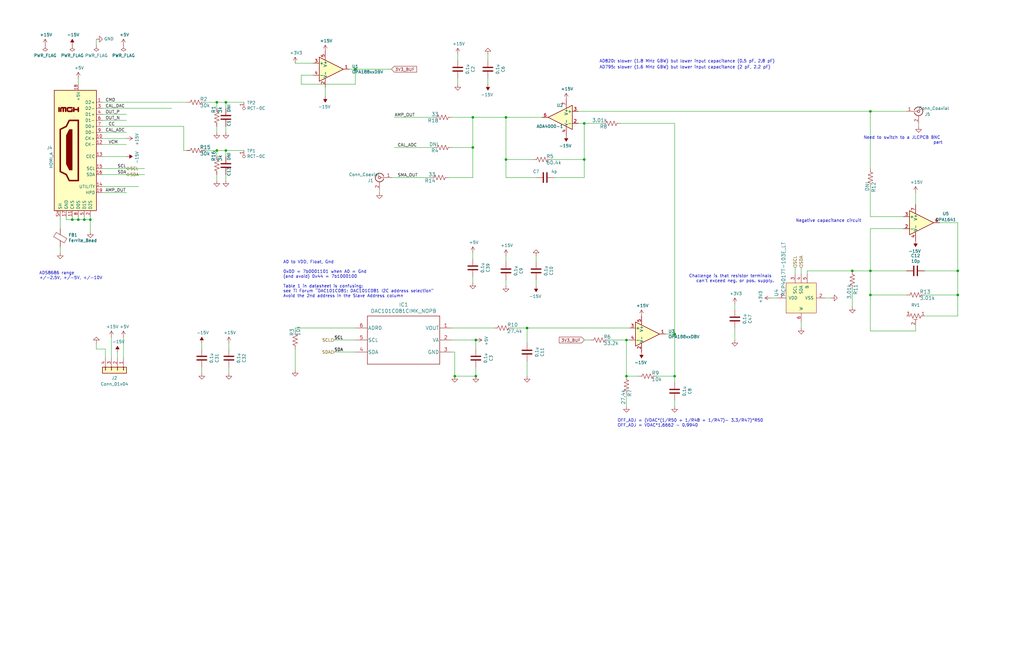
<source format=kicad_sch>
(kicad_sch (version 20211123) (generator eeschema)
  (paper "USLedger")
  (title_block (title "Voltage Sense") (date "2023-05-14") (rev "1") (company "UST Electrical Instrumentation"))
  (lib_symbols
    (symbol "Amplifier_Operational:OPA1641" (pin_names (offset 0.127))
      (property "Reference" "U" (at 3.81 3.81 0))
      (property "Value" "OPA1641" (at 3.81 -3.81 0))
      (symbol "OPA1641_0_1"
        (polyline (pts (xy 5.08 0) (xy -5.08 5.08) (xy -5.08 -5.08) (xy 5.08 0)) (stroke (width 0.254)) (fill (type background)))
      )
      (symbol "OPA1641_1_1"
        (pin no_connect line (at -2.54 -2.54 90) (length 2.54) hide (name "NC") (number "1"))
        (pin input line (at -7.62 -2.54 0) (length 2.54) (name "-") (number "2"))
        (pin input line (at -7.62 2.54 0) (length 2.54) (name "+") (number "3"))
        (pin power_in line (at -2.54 -7.62 90) (length 3.81) (name "V-") (number "4"))
        (pin no_connect line (at 0 -2.54 90) (length 2.54) hide (name "NC") (number "5"))
        (pin output line (at 7.62 0 180) (length 2.54) (name "~") (number "6"))
        (pin power_in line (at -2.54 7.62 270) (length 3.81) (name "V+") (number "7"))
        (pin no_connect line (at -5.08 -2.54 90) (length 2.54) hide (name "NC") (number "8"))
      )
    )
    (symbol "Amplifier_Operational:OPA188xxDBV" (pin_names (offset 0.127))
      (property "Reference" "U" (at 0 5.08 0))
      (property "Value" "OPA188xxDBV" (at 0 -5.08 0))
      (symbol "OPA188xxDBV_0_1"
        (polyline (pts (xy -5.08 5.08) (xy 5.08 0) (xy -5.08 -5.08) (xy -5.08 5.08)) (stroke (width 0.254)) (fill (type background)))
        (pin power_in line (at -2.54 -7.62 90) (length 3.81) (name "V-") (number "2"))
        (pin power_in line (at -2.54 7.62 270) (length 3.81) (name "V+") (number "5"))
      )
      (symbol "OPA188xxDBV_1_1"
        (pin output line (at 7.62 0 180) (length 2.54) (name "~") (number "1"))
        (pin input line (at -7.62 2.54 0) (length 2.54) (name "+") (number "3"))
        (pin input line (at -7.62 -2.54 0) (length 2.54) (name "-") (number "4"))
      )
    )
    (symbol "Connector:Conn_Coaxial" (pin_names (offset 1.016) hide)
      (property "Reference" "J" (at 0.254 3.048 0))
      (property "Value" "Conn_Coaxial" (at 2.921 0 90))
      (symbol "Conn_Coaxial_0_1"
        (arc (start -1.778 -0.508) (mid 0.2311 -1.8066) (end 1.778 0) (stroke (width 0.254)))
        (polyline (pts (xy -2.54 0) (xy -0.508 0)))
        (polyline (pts (xy 0 -2.54) (xy 0 -1.778)))
        (circle (center 0 0) (radius 0.508) (stroke (width 0.2032)))
        (arc (start 1.778 0) (mid 0.2099 1.8101) (end -1.778 0.508) (stroke (width 0.254)))
      )
      (symbol "Conn_Coaxial_1_1"
        (pin passive line (at -5.08 0 0) (length 2.54) (name "In") (number "1"))
        (pin passive line (at 0 -5.08 90) (length 2.54) (name "Ext") (number "2"))
      )
    )
    (symbol "Connector:HDMI_A"
      (property "Reference" "J" (at -6.35 26.67 0))
      (property "Value" "HDMI_A" (at 10.16 26.67 0))
      (symbol "HDMI_A_0_0"
        (polyline (pts (xy 8.128 16.51) (xy 8.128 18.034)) (stroke (width 0.635)))
        (polyline (pts (xy 0 16.51) (xy 0 18.034) (xy 0 17.272) (xy 1.905 17.272) (xy 1.905 18.034) (xy 1.905 16.51)) (stroke (width 0.635)))
        (polyline (pts (xy 2.667 18.034) (xy 4.318 18.034) (xy 4.572 17.78) (xy 4.572 16.764) (xy 4.318 16.51) (xy 2.667 16.51) (xy 2.667 17.272)) (stroke (width 0.635)))
      )
      (symbol "HDMI_A_0_1"
        (rectangle (start -7.62 25.4) (end 10.16 -25.4) (stroke (width 0.254)) (fill (type background)))
        (polyline (pts (xy 2.54 8.89) (xy 3.81 8.89) (xy 5.08 6.35) (xy 5.08 -5.715) (xy 3.81 -8.255) (xy 2.54 -8.255) (xy 2.54 8.89)) (fill (type outline)))
        (polyline (pts (xy 5.334 16.51) (xy 5.334 18.034) (xy 6.35 18.034) (xy 6.35 16.51) (xy 6.35 18.034) (xy 7.112 18.034) (xy 7.366 17.78) (xy 7.366 16.51)) (stroke (width 0.635)))
        (polyline (pts (xy 0 12.7) (xy 0 -12.7) (xy 3.81 -12.7) (xy 5.08 -10.16) (xy 7.62 -8.89) (xy 7.62 8.89) (xy 5.08 10.16) (xy 3.81 12.7) (xy 0 12.7)) (stroke (width 0.635)))
      )
      (symbol "HDMI_A_1_1"
        (pin passive line (at -10.16 20.32 0) (length 2.54) (name "D2+") (number "1"))
        (pin passive line (at -10.16 5.08 0) (length 2.54) (name "CK+") (number "10"))
        (pin power_in line (at 2.54 -27.94 90) (length 2.54) (name "CKS") (number "11"))
        (pin passive line (at -10.16 2.54 0) (length 2.54) (name "CK-") (number "12"))
        (pin bidirectional line (at -10.16 -2.54 0) (length 2.54) (name "CEC") (number "13"))
        (pin passive line (at -10.16 -15.24 0) (length 2.54) (name "UTILITY") (number "14"))
        (pin passive line (at -10.16 -7.62 0) (length 2.54) (name "SCL") (number "15"))
        (pin bidirectional line (at -10.16 -10.16 0) (length 2.54) (name "SDA") (number "16"))
        (pin power_in line (at 5.08 -27.94 90) (length 2.54) (name "GND") (number "17"))
        (pin power_in line (at 0 27.94 270) (length 2.54) (name "+5V") (number "18"))
        (pin passive line (at -10.16 -17.78 0) (length 2.54) (name "HPD") (number "19"))
        (pin power_in line (at -5.08 -27.94 90) (length 2.54) (name "D2S") (number "2"))
        (pin passive line (at -10.16 17.78 0) (length 2.54) (name "D2-") (number "3"))
        (pin passive line (at -10.16 15.24 0) (length 2.54) (name "D1+") (number "4"))
        (pin power_in line (at -2.54 -27.94 90) (length 2.54) (name "D1S") (number "5"))
        (pin passive line (at -10.16 12.7 0) (length 2.54) (name "D1-") (number "6"))
        (pin passive line (at -10.16 10.16 0) (length 2.54) (name "D0+") (number "7"))
        (pin power_in line (at 0 -27.94 90) (length 2.54) (name "D0S") (number "8"))
        (pin passive line (at -10.16 7.62 0) (length 2.54) (name "D0-") (number "9"))
        (pin passive line (at 7.62 -27.94 90) (length 2.54) (name "SH") (number "SH"))
      )
    )
    (symbol "Connector_Generic:Conn_01x04" (pin_names (offset 1.016) hide)
      (property "Reference" "J" (at 0 5.08 0))
      (property "Value" "Conn_01x04" (at 0 -7.62 0))
      (symbol "Conn_01x04_1_1"
        (rectangle (start -1.27 -4.953) (end 0 -5.207) (stroke (width 0.1524)))
        (rectangle (start -1.27 -2.413) (end 0 -2.667) (stroke (width 0.1524)))
        (rectangle (start -1.27 0.127) (end 0 -0.127) (stroke (width 0.1524)))
        (rectangle (start -1.27 2.667) (end 0 2.413) (stroke (width 0.1524)))
        (rectangle (start -1.27 3.81) (end 1.27 -6.35) (stroke (width 0.254)) (fill (type background)))
        (pin passive line (at -5.08 2.54 0) (length 3.81) (name "Pin_1") (number "1"))
        (pin passive line (at -5.08 0 0) (length 3.81) (name "Pin_2") (number "2"))
        (pin passive line (at -5.08 -2.54 0) (length 3.81) (name "Pin_3") (number "3"))
        (pin passive line (at -5.08 -5.08 0) (length 3.81) (name "Pin_4") (number "4"))
      )
    )
    (symbol "Device:C" (pin_numbers hide) (pin_names (offset 0.254))
      (property "Reference" "C" (at 0.635 2.54 0))
      (property "Value" "C" (at 0.635 -2.54 0))
      (symbol "C_0_1"
        (polyline (pts (xy -2.032 -0.762) (xy 2.032 -0.762)) (stroke (width 0.508)))
        (polyline (pts (xy -2.032 0.762) (xy 2.032 0.762)) (stroke (width 0.508)))
      )
      (symbol "C_1_1"
        (pin passive line (at 0 3.81 270) (length 2.794) (name "~") (number "1"))
        (pin passive line (at 0 -3.81 90) (length 2.794) (name "~") (number "2"))
      )
    )
    (symbol "Device:R_Potentiometer_Trim_US" (pin_names (offset 1.016) hide)
      (property "Reference" "RV" (at -4.445 0 90))
      (property "Value" "R_Potentiometer_Trim_US" (at -2.54 0 90))
      (symbol "R_Potentiometer_Trim_US_0_1"
        (polyline (pts (xy 0 -2.286) (xy 0 -2.54)))
        (polyline (pts (xy 0 2.286) (xy 0 2.54)))
        (polyline (pts (xy 1.524 0.762) (xy 1.524 -0.762)))
        (polyline (pts (xy 2.54 0) (xy 1.524 0)))
        (polyline (pts (xy 0 -0.762) (xy 1.016 -1.143) (xy 0 -1.524) (xy -1.016 -1.905) (xy 0 -2.286)))
        (polyline (pts (xy 0 0.762) (xy 1.016 0.381) (xy 0 0) (xy -1.016 -0.381) (xy 0 -0.762)))
        (polyline (pts (xy 0 2.286) (xy 1.016 1.905) (xy 0 1.524) (xy -1.016 1.143) (xy 0 0.762)))
      )
      (symbol "R_Potentiometer_Trim_US_1_1"
        (pin passive line (at 0 3.81 270) (length 1.27) (name "1") (number "1"))
        (pin passive line (at 3.81 0 180) (length 1.27) (name "2") (number "2"))
        (pin passive line (at 0 -3.81 90) (length 1.27) (name "3") (number "3"))
      )
    )
    (symbol "Device:R_US" (pin_numbers hide) (pin_names (offset 0))
      (property "Reference" "R" (at 2.54 0 90))
      (property "Value" "R_US" (at -2.54 0 90))
      (symbol "R_US_0_1"
        (polyline (pts (xy 0 -2.286) (xy 0 -2.54)))
        (polyline (pts (xy 0 2.286) (xy 0 2.54)))
        (polyline (pts (xy 0 -0.762) (xy 1.016 -1.143) (xy 0 -1.524) (xy -1.016 -1.905) (xy 0 -2.286)))
        (polyline (pts (xy 0 0.762) (xy 1.016 0.381) (xy 0 0) (xy -1.016 -0.381) (xy 0 -0.762)))
        (polyline (pts (xy 0 2.286) (xy 1.016 1.905) (xy 0 1.524) (xy -1.016 1.143) (xy 0 0.762)))
      )
      (symbol "R_US_1_1"
        (pin passive line (at 0 3.81 270) (length 1.27) (name "~") (number "1"))
        (pin passive line (at 0 -3.81 90) (length 1.27) (name "~") (number "2"))
      )
    )
    (symbol "bath_clamp-rescue:Ferrite_Bead-Device" (pin_numbers hide) (pin_names (offset 0))
      (property "Reference" "FB" (at -3.81 0.635 90))
      (property "Value" "Ferrite_Bead-Device" (at 3.81 0 90))
      (symbol "Ferrite_Bead-Device_0_1"
        (polyline (pts (xy 0 -1.27) (xy 0 -1.2192)))
        (polyline (pts (xy 0 1.27) (xy 0 1.2954)))
        (polyline (pts (xy -2.7686 0.4064) (xy -1.7018 2.2606) (xy 2.7686 -0.3048) (xy 1.6764 -2.159) (xy -2.7686 0.4064)))
      )
      (symbol "Ferrite_Bead-Device_1_1"
        (pin passive line (at 0 3.81 270) (length 2.54) (name "~") (number "1"))
        (pin passive line (at 0 -3.81 90) (length 2.54) (name "~") (number "2"))
      )
    )
    (symbol "covg-kicad:DAC101C081CIMK_NOPB" (pin_names (offset 0.254))
      (property "Reference" "U" (at 0 13.97 0))
      (property "Value" "DAC101C081CIMK_NOPB" (at 0 11.43 0))
      (symbol "DAC101C081CIMK_NOPB_1_1"
        (polyline (pts (xy -15.24 -10.16) (xy 15.24 -10.16)) (stroke (width 0.2032)))
        (polyline (pts (xy -15.24 10.16) (xy -15.24 -10.16)) (stroke (width 0.2032)))
        (polyline (pts (xy 15.24 -10.16) (xy 15.24 10.16)) (stroke (width 0.2032)))
        (polyline (pts (xy 15.24 10.16) (xy -15.24 10.16)) (stroke (width 0.2032)))
        (pin output line (at -20.32 5.08 0) (length 5.08) (name "VOUT") (number "1"))
        (pin power_in line (at -20.32 0 0) (length 5.08) (name "VA") (number "2"))
        (pin power_in line (at -20.32 -5.08 0) (length 5.08) (name "GND") (number "3"))
        (pin bidirectional line (at 20.32 -5.08 180) (length 5.08) (name "SDA") (number "4"))
        (pin input line (at 20.32 0 180) (length 5.08) (name "SCL") (number "5"))
        (pin input line (at 20.32 5.08 180) (length 5.08) (name "ADR0") (number "6"))
      )
    )
    (symbol "covg-kicad:OPA828" (pin_names (offset 0.127))
      (property "Reference" "U" (at 0 6.35 0))
      (property "Value" "OPA828" (at 0 3.81 0))
      (symbol "OPA828_0_1"
        (polyline (pts (xy -5.08 5.08) (xy 5.08 0) (xy -5.08 -5.08) (xy -5.08 5.08)) (stroke (width 0.254)) (fill (type background)))
      )
      (symbol "OPA828_1_1"
        (pin no_connect line (at -2.54 2.54 270) (length 2.54) hide (name "NC") (number "1"))
        (pin input line (at -7.62 -2.54 0) (length 2.54) (name "-") (number "2"))
        (pin input line (at -7.62 2.54 0) (length 2.54) (name "+") (number "3"))
        (pin power_in line (at -2.54 -7.62 90) (length 3.81) (name "V-") (number "4"))
        (pin no_connect line (at 0 2.54 270) (length 2.54) hide (name "NC") (number "5"))
        (pin output line (at 7.62 0 180) (length 2.54) (name "~") (number "6"))
        (pin power_in line (at -2.54 7.62 270) (length 3.81) (name "V+") (number "7"))
        (pin no_connect line (at 0 -2.54 90) (length 2.54) hide (name "NC") (number "8"))
      )
    )
    (symbol "dk_Data-Acquisition-Digital-Potentiometers:MCP4017T-103E_LT" (pin_names (offset 1.016))
      (property "Reference" "U" (at -6.35 7.62 0))
      (property "Value" "MCP4017T-103E_LT" (at 1.27 -7.62 0))
      (symbol "MCP4017T-103E_LT_0_1"
        (rectangle (start -6.35 6.35) (end 6.35 -6.35) (fill (type background)))
      )
      (symbol "MCP4017T-103E_LT_1_1"
        (pin power_in line (at 0 10.16 270) (length 3.81) (name "VDD") (number "1"))
        (pin power_in line (at 0 -10.16 90) (length 3.81) (name "VSS") (number "2"))
        (pin input line (at -10.16 2.54 0) (length 3.81) (name "SCL") (number "3"))
        (pin bidirectional line (at -10.16 0 0) (length 3.81) (name "SDA") (number "4"))
        (pin input line (at -10.16 -2.54 0) (length 3.81) (name "B") (number "5"))
        (pin output line (at 10.16 0 180) (length 3.81) (name "W") (number "6"))
      )
    )
    (symbol "dk_Test-Points:RCT-0C" (pin_names (offset 1.016))
      (property "Reference" "TP" (at -2.54 1.27 0))
      (property "Value" "RCT-0C" (at 0 -2.54 0))
      (symbol "RCT-0C_0_1"
        (circle (center 0 0) (radius 0.5588))
      )
      (symbol "RCT-0C_1_1"
        (pin passive line (at 0 2.54 270) (length 1.905) (name "~") (number "1"))
      )
    )
    (symbol "power:+15V" (power) (pin_names (offset 0))
      (property "Value" "+15V" (at 0 3.556 0))
      (symbol "+15V_0_1"
        (polyline (pts (xy -0.762 1.27) (xy 0 2.54)))
        (polyline (pts (xy 0 0) (xy 0 2.54)))
        (polyline (pts (xy 0 2.54) (xy 0.762 1.27)))
      )
      (symbol "+15V_1_1"
        (pin power_in line (at 0 0 90) (length 0) hide (name "+15V") (number "1"))
      )
    )
    (symbol "power:+3.3V" (power) (pin_names (offset 0))
      (property "Value" "+3.3V" (at 0 3.556 0))
      (symbol "+3.3V_0_1"
        (polyline (pts (xy -0.762 1.27) (xy 0 2.54)))
        (polyline (pts (xy 0 0) (xy 0 2.54)))
        (polyline (pts (xy 0 2.54) (xy 0.762 1.27)))
      )
      (symbol "+3.3V_1_1"
        (pin power_in line (at 0 0 90) (length 0) hide (name "+3V3") (number "1"))
      )
    )
    (symbol "power:+5V" (power) (pin_names (offset 0))
      (property "Value" "+5V" (at 0 3.556 0))
      (symbol "+5V_0_1"
        (polyline (pts (xy -0.762 1.27) (xy 0 2.54)))
        (polyline (pts (xy 0 0) (xy 0 2.54)))
        (polyline (pts (xy 0 2.54) (xy 0.762 1.27)))
      )
      (symbol "+5V_1_1"
        (pin power_in line (at 0 0 90) (length 0) hide (name "+5V") (number "1"))
      )
    )
    (symbol "power:-15V" (power) (pin_names (offset 0))
      (property "Value" "-15V" (at 0 3.81 0))
      (symbol "-15V_0_0"
        (pin power_in line (at 0 0 90) (length 0) hide (name "-15V") (number "1"))
      )
      (symbol "-15V_0_1"
        (polyline (pts (xy 0 0) (xy 0 1.27) (xy 0.762 1.27) (xy 0 2.54) (xy -0.762 1.27) (xy 0 1.27)) (fill (type outline)))
      )
    )
    (symbol "power:GND" (power) (pin_names (offset 0))
      (property "Value" "GND" (at 0 -3.81 0))
      (symbol "GND_0_1"
        (polyline (pts (xy 0 0) (xy 0 -1.27) (xy 1.27 -1.27) (xy 0 -2.54) (xy -1.27 -1.27) (xy 0 -1.27)))
      )
      (symbol "GND_1_1"
        (pin power_in line (at 0 0 270) (length 0) hide (name "GND") (number "1"))
      )
    )
    (symbol "power:PWR_FLAG" (power) (pin_numbers hide) (pin_names (offset 0) hide)
      (property "Value" "PWR_FLAG" (at 0 3.81 0))
      (symbol "PWR_FLAG_0_0"
        (pin power_out line (at 0 0 90) (length 0) (name "pwr") (number "1"))
      )
      (symbol "PWR_FLAG_0_1"
        (polyline (pts (xy 0 0) (xy 0 1.27) (xy -1.016 1.905) (xy 0 2.54) (xy 1.016 1.905) (xy 0 1.27)))
      )
    )
  )
  (junction (at 264.16 143.51))
  (junction (at 284.48 140.97))
  (junction (at 222.25 138.43))
  (junction (at 213.36 67.31))
  (junction (at 200.66 158.75))
  (junction (at 91.44 63.5))
  (junction (at 246.38 52.07))
  (junction (at 95.25 63.5))
  (junction (at 284.48 158.75))
  (junction (at 35.56 92.71))
  (junction (at 213.36 49.53))
  (junction (at 367.03 124.46))
  (junction (at 95.25 43.18))
  (junction (at 367.03 46.99))
  (junction (at 359.41 114.3))
  (junction (at 149.86 29.21))
  (junction (at 264.16 158.75))
  (junction (at 191.77 158.75))
  (junction (at 38.1 92.71))
  (junction (at 199.39 49.53))
  (junction (at 367.03 114.3))
  (junction (at 91.44 43.18))
  (junction (at 33.02 92.71))
  (junction (at 246.38 67.31))
  (junction (at 200.66 143.51))
  (junction (at 403.86 124.46))
  (junction (at 30.48 92.71))
  (junction (at 403.86 114.3))
  (junction (at 199.39 62.23))
  (wire (pts (xy 43.18 58.42) (xy 53.34 58.42)))
  (wire (pts (xy 25.4 106.68) (xy 25.4 104.14)))
  (wire (pts (xy 95.25 45.72) (xy 95.25 43.18)))
  (wire (pts (xy 403.86 93.98) (xy 403.86 114.3)))
  (wire (pts (xy 226.06 120.65) (xy 226.06 118.11)))
  (wire (pts (xy 25.4 91.44) (xy 25.4 96.52)))
  (wire (pts (xy 33.02 91.44) (xy 33.02 92.71)))
  (wire (pts (xy 246.38 143.51) (xy 248.92 143.51)))
  (wire (pts (xy 91.44 66.04) (xy 91.44 63.5)))
  (wire (pts (xy 233.68 74.93) (xy 246.38 74.93)))
  (wire (pts (xy 213.36 74.93) (xy 213.36 67.31)))
  (wire (pts (xy 213.36 67.31) (xy 213.36 49.53)))
  (wire (pts (xy 166.37 62.23) (xy 182.88 62.23)))
  (wire (pts (xy 264.16 158.75) (xy 269.24 158.75)))
  (wire (pts (xy 96.52 147.32) (xy 96.52 144.78)))
  (wire (pts (xy 261.62 52.07) (xy 284.48 52.07)))
  (wire (pts (xy 340.36 114.3) (xy 359.41 114.3)))
  (wire (pts (xy 85.09 157.48) (xy 85.09 154.94)))
  (wire (pts (xy 52.07 142.24) (xy 52.07 151.13)))
  (wire (pts (xy 43.18 81.28) (xy 53.34 81.28)))
  (wire (pts (xy 226.06 107.95) (xy 226.06 110.49)))
  (wire (pts (xy 199.39 62.23) (xy 199.39 74.93)))
  (wire (pts (xy 403.86 114.3) (xy 389.89 114.3)))
  (wire (pts (xy 386.08 139.7) (xy 367.03 139.7)))
  (wire (pts (xy 191.77 148.59) (xy 190.5 148.59)))
  (wire (pts (xy 389.89 124.46) (xy 403.86 124.46)))
  (wire (pts (xy 347.98 125.73) (xy 350.52 125.73)))
  (wire (pts (xy 124.46 138.43) (xy 149.86 138.43)))
  (wire (pts (xy 381 91.44) (xy 367.03 91.44)))
  (wire (pts (xy 367.03 78.74) (xy 367.03 91.44)))
  (wire (pts (xy 160.02 80.01) (xy 160.02 81.28)))
  (wire (pts (xy 387.35 52.07) (xy 387.35 53.34)))
  (wire (pts (xy 193.04 22.86) (xy 193.04 25.4)))
  (wire (pts (xy 403.86 124.46) (xy 403.86 133.35)))
  (wire (pts (xy 213.36 74.93) (xy 226.06 74.93)))
  (wire (pts (xy 96.52 157.48) (xy 96.52 154.94)))
  (wire (pts (xy 95.25 43.18) (xy 102.87 43.18)))
  (wire (pts (xy 35.56 91.44) (xy 35.56 92.71)))
  (wire (pts (xy 91.44 55.88) (xy 91.44 53.34)))
  (wire (pts (xy 33.02 35.56) (xy 33.02 33.02)))
  (wire (pts (xy 43.18 60.96) (xy 53.34 60.96)))
  (wire (pts (xy 43.18 50.8) (xy 53.34 50.8)))
  (wire (pts (xy 367.03 124.46) (xy 367.03 139.7)))
  (wire (pts (xy 190.5 49.53) (xy 199.39 49.53)))
  (wire (pts (xy 213.36 49.53) (xy 228.6 49.53)))
  (wire (pts (xy 166.37 49.53) (xy 182.88 49.53)))
  (wire (pts (xy 215.9 138.43) (xy 222.25 138.43)))
  (wire (pts (xy 33.02 92.71) (xy 35.56 92.71)))
  (wire (pts (xy 264.16 166.37) (xy 264.16 171.45)))
  (wire (pts (xy 95.25 55.88) (xy 95.25 53.34)))
  (wire (pts (xy 189.23 74.93) (xy 199.39 74.93)))
  (wire (pts (xy 386.08 81.28) (xy 386.08 86.36)))
  (wire (pts (xy 367.03 114.3) (xy 367.03 124.46)))
  (wire (pts (xy 95.25 76.2) (xy 95.25 73.66)))
  (wire (pts (xy 367.03 46.99) (xy 382.27 46.99)))
  (wire (pts (xy 127 31.75) (xy 132.08 31.75)))
  (wire (pts (xy 200.66 143.51) (xy 200.66 147.32)))
  (wire (pts (xy 43.18 48.26) (xy 53.34 48.26)))
  (wire (pts (xy 43.18 73.66) (xy 60.96 73.66)))
  (wire (pts (xy 340.36 115.57) (xy 340.36 114.3)))
  (wire (pts (xy 205.74 22.86) (xy 205.74 25.4)))
  (wire (pts (xy 127 31.75) (xy 127 35.56)))
  (wire (pts (xy 38.1 91.44) (xy 38.1 92.71)))
  (wire (pts (xy 367.03 114.3) (xy 382.27 114.3)))
  (wire (pts (xy 246.38 52.07) (xy 246.38 67.31)))
  (wire (pts (xy 199.39 119.38) (xy 199.39 116.84)))
  (wire (pts (xy 140.97 148.59) (xy 149.86 148.59)))
  (wire (pts (xy 222.25 152.4) (xy 222.25 158.75)))
  (wire (pts (xy 389.89 133.35) (xy 403.86 133.35)))
  (wire (pts (xy 95.25 66.04) (xy 95.25 63.5)))
  (wire (pts (xy 284.48 158.75) (xy 284.48 161.29)))
  (wire (pts (xy 43.18 53.34) (xy 77.47 53.34)))
  (wire (pts (xy 213.36 107.95) (xy 213.36 110.49)))
  (wire (pts (xy 199.39 109.22) (xy 199.39 106.68)))
  (wire (pts (xy 213.36 120.65) (xy 213.36 118.11)))
  (wire (pts (xy 43.18 43.18) (xy 78.74 43.18)))
  (wire (pts (xy 246.38 74.93) (xy 246.38 67.31)))
  (wire (pts (xy 190.5 143.51) (xy 200.66 143.51)))
  (wire (pts (xy 381 96.52) (xy 367.03 96.52)))
  (wire (pts (xy 213.36 67.31) (xy 224.79 67.31)))
  (wire (pts (xy 77.47 53.34) (xy 77.47 63.5)))
  (wire (pts (xy 284.48 158.75) (xy 284.48 140.97)))
  (wire (pts (xy 359.41 114.3) (xy 367.03 114.3)))
  (wire (pts (xy 46.99 142.24) (xy 46.99 151.13)))
  (wire (pts (xy 246.38 52.07) (xy 254 52.07)))
  (wire (pts (xy 191.77 158.75) (xy 200.66 158.75)))
  (wire (pts (xy 165.1 74.93) (xy 181.61 74.93)))
  (wire (pts (xy 200.66 158.75) (xy 200.66 154.94)))
  (wire (pts (xy 91.44 63.5) (xy 95.25 63.5)))
  (wire (pts (xy 205.74 35.56) (xy 205.74 33.02)))
  (wire (pts (xy 337.82 135.89) (xy 337.82 138.43)))
  (wire (pts (xy 49.53 148.59) (xy 49.53 151.13)))
  (wire (pts (xy 30.48 92.71) (xy 27.94 92.71)))
  (wire (pts (xy 243.84 52.07) (xy 246.38 52.07)))
  (wire (pts (xy 199.39 49.53) (xy 213.36 49.53)))
  (wire (pts (xy 43.18 45.72) (xy 72.39 45.72)))
  (wire (pts (xy 309.88 130.81) (xy 309.88 128.27)))
  (wire (pts (xy 35.56 92.71) (xy 38.1 92.71)))
  (wire (pts (xy 367.03 46.99) (xy 367.03 71.12)))
  (wire (pts (xy 43.18 55.88) (xy 53.34 55.88)))
  (wire (pts (xy 124.46 147.32) (xy 124.46 156.21)))
  (wire (pts (xy 191.77 148.59) (xy 191.77 158.75)))
  (wire (pts (xy 264.16 143.51) (xy 265.43 143.51)))
  (wire (pts (xy 77.47 63.5) (xy 78.74 63.5)))
  (wire (pts (xy 127 35.56) (xy 149.86 35.56)))
  (wire (pts (xy 190.5 138.43) (xy 208.28 138.43)))
  (wire (pts (xy 222.25 138.43) (xy 265.43 138.43)))
  (wire (pts (xy 403.86 114.3) (xy 403.86 124.46)))
  (wire (pts (xy 232.41 67.31) (xy 246.38 67.31)))
  (wire (pts (xy 284.48 52.07) (xy 284.48 140.97)))
  (wire (pts (xy 199.39 49.53) (xy 199.39 62.23)))
  (wire (pts (xy 359.41 121.92) (xy 359.41 129.54)))
  (wire (pts (xy 38.1 97.79) (xy 38.1 92.71)))
  (wire (pts (xy 27.94 91.44) (xy 27.94 92.71)))
  (wire (pts (xy 124.46 139.7) (xy 124.46 138.43)))
  (wire (pts (xy 335.28 115.57) (xy 335.28 113.03)))
  (wire (pts (xy 40.64 147.32) (xy 44.45 147.32)))
  (wire (pts (xy 124.46 26.67) (xy 132.08 26.67)))
  (wire (pts (xy 309.88 138.43) (xy 309.88 143.51)))
  (wire (pts (xy 193.04 35.56) (xy 193.04 33.02)))
  (wire (pts (xy 140.97 143.51) (xy 149.86 143.51)))
  (wire (pts (xy 33.02 92.71) (xy 30.48 92.71)))
  (wire (pts (xy 149.86 35.56) (xy 149.86 29.21)))
  (wire (pts (xy 243.84 46.99) (xy 367.03 46.99)))
  (wire (pts (xy 280.67 140.97) (xy 284.48 140.97)))
  (wire (pts (xy 325.12 125.73) (xy 327.66 125.73)))
  (wire (pts (xy 95.25 63.5) (xy 102.87 63.5)))
  (wire (pts (xy 367.03 96.52) (xy 367.03 114.3)))
  (wire (pts (xy 85.09 147.32) (xy 85.09 144.78)))
  (wire (pts (xy 284.48 168.91) (xy 284.48 171.45)))
  (wire (pts (xy 43.18 71.12) (xy 60.96 71.12)))
  (wire (pts (xy 222.25 138.43) (xy 222.25 144.78)))
  (wire (pts (xy 40.64 144.78) (xy 40.64 147.32)))
  (wire (pts (xy 30.48 91.44) (xy 30.48 92.71)))
  (wire (pts (xy 190.5 62.23) (xy 199.39 62.23)))
  (wire (pts (xy 44.45 147.32) (xy 44.45 151.13)))
  (wire (pts (xy 91.44 45.72) (xy 91.44 43.18)))
  (wire (pts (xy 91.44 43.18) (xy 95.25 43.18)))
  (wire (pts (xy 337.82 115.57) (xy 337.82 113.03)))
  (wire (pts (xy 264.16 143.51) (xy 264.16 158.75)))
  (wire (pts (xy 86.36 43.18) (xy 91.44 43.18)))
  (wire (pts (xy 276.86 158.75) (xy 284.48 158.75)))
  (wire (pts (xy 91.44 76.2) (xy 91.44 73.66)))
  (wire (pts (xy 147.32 29.21) (xy 149.86 29.21)))
  (wire (pts (xy 386.08 137.16) (xy 386.08 139.7)))
  (wire (pts (xy 43.18 78.74) (xy 58.42 78.74)))
  (wire (pts (xy 367.03 124.46) (xy 382.27 124.46)))
  (wire (pts (xy 149.86 29.21) (xy 165.1 29.21)))
  (wire (pts (xy 137.16 36.83) (xy 137.16 40.64)))
  (wire (pts (xy 43.18 66.04) (xy 53.34 66.04)))
  (wire (pts (xy 40.64 19.05) (xy 40.64 16.51)))
  (wire (pts (xy 396.24 93.98) (xy 403.86 93.98)))
  (wire (pts (xy 86.36 63.5) (xy 91.44 63.5)))
  (wire (pts (xy 256.54 143.51) (xy 264.16 143.51)))
  (text "AD795: slower (1.6 MHz GBW) but lower input capacitance (2 pF, 2.2 pF)" (at 252.73 29.21 0) (effects (font (size 1.27 1.27)) (justify left bottom)))
  (text "Negative capacitance circuit" (at 363.22 93.98 180) (effects (font (size 1.27 1.27)) (justify right bottom)))
  (text "Challenge is that resistor terminals \ncan't exceed neg. or pos. supply." (at 326.39 119.38 0) (effects (font (size 1.27 1.27)) (justify right bottom)))
  (text "ADS8686 range\n +/-2.5V, +/-5V, +/-10V" (at 16.51 118.11 0) (effects (font (size 1.27 1.27)) (justify left bottom)))
  (text "OFF_ADJ = (VDAC*(1/R50 + 1/R48 + 1/R47)- 3.3/R47)*R50\nOFF_ADJ = VDAC*1.6662 - 0.9940" (at 260.35 180.34 0) (effects (font (size 1.27 1.27)) (justify left bottom)))
  (text "AD820: slower (1.8 MHz GBW) but lower input capacitance (0.5 pF, 2.8 pF)" (at 252.73 26.67 0) (effects (font (size 1.27 1.27)) (justify left bottom)))
  (text "A0 to VDD, Float, Gnd\n\n0x0D = 7b0001101 when A0 = Gnd\n(and avoid) 0x44 = 7b1000100\n\nTable 1 in datasheet is confusing: \nsee Ti Forum “DAC101C081: DAC101C081 I2C address selection”\nAvoid the 2nd address in the Slave Address column" (at 119.38 125.73 0) (effects (font (size 1.27 1.27)) (justify left bottom)))
  (text "Need to switch to a JLCPCB BNC \npart" (at 397.51 60.96 180) (effects (font (size 1.27 1.27)) (justify right bottom)))
  (label "SDA" (at 140.97 148.59 0))
  (label "AMP_OUT" (at 166.37 49.53 0))
  (label "OUT_P" (at 44.45 48.26 0))
  (label "SMA_OUT" (at 167.64 74.93 0))
  (label "CAL_ADC" (at 167.64 62.23 0))
  (label "SDA" (at 49.53 73.66 0))
  (label "CC" (at 45.72 53.34 0))
  (label "AMP_OUT" (at 44.45 81.28 0))
  (label "OUT_N" (at 44.45 50.8 0))
  (label "SCL" (at 140.97 143.51 0))
  (label "VCM" (at 45.72 60.96 0))
  (label "CMD" (at 44.45 43.18 0))
  (label "SDA" (at 140.97 148.59 0))
  (label "CAL_ADC" (at 44.45 55.88 0))
  (label "SCL" (at 140.97 143.51 0))
  (label "SCL" (at 49.53 71.12 0))
  (label "CAL_DAC" (at 44.45 45.72 0))
  (global_label "3V3_BUF" (shape input) (at 165.1 29.21 0) (property "Intersheet References" "${INTERSHEET_REFS}" (effects hide)))
  (global_label "3V3_BUF" (shape input) (at 246.38 143.51 180) (property "Intersheet References" "${INTERSHEET_REFS}" (effects hide)))
  (hierarchical_label "SCL" (shape input) (at 335.28 113.03 90))
  (hierarchical_label "SDA" (shape bidirectional) (at 53.34 73.66 0))
  (hierarchical_label "SDA" (shape input) (at 337.82 113.03 90))
  (hierarchical_label "SCL" (shape input) (at 140.97 143.51 180))
  (hierarchical_label "SCL" (shape bidirectional) (at 53.34 71.12 0))
  (hierarchical_label "SDA" (shape input) (at 140.97 148.59 180))
  (symbol (lib_id "power:+5V") (at 33.02 33.02 0) (unit 1)
    (property "Reference" "#PWR0126" (effects hide))
    (property "Value" "+5V" (at 33.401 28.6258 0))
  )
  (symbol (lib_id "power:GND") (at 38.1 97.79 0) (unit 1)
    (property "Reference" "#PWR0127" (effects hide))
    (property "Value" "GND" (effects hide))
  )
  (symbol (lib_id "power:-15V") (at 53.34 66.04 270) (unit 1)
    (property "Reference" "#PWR0128" (effects hide))
    (property "Value" "-15V" (at 57.7342 66.421 0))
  )
  (symbol (lib_id "power:+15V") (at 53.34 58.42 270) (unit 1)
    (property "Reference" "#PWR0129" (effects hide))
    (property "Value" "+15V" (at 57.7342 58.801 0))
  )
  (symbol (lib_id "power:+15V") (at 19.05 19.05 0) (unit 1)
    (property "Reference" "#PWR0142" (effects hide))
    (property "Value" "+15V" (at 19.431 14.6558 0))
  )
  (symbol (lib_id "power:-15V") (at 30.48 19.05 0) (unit 1)
    (property "Reference" "#PWR0143" (effects hide))
    (property "Value" "-15V" (at 30.861 14.6558 0))
  )
  (symbol (lib_id "power:GND") (at 40.64 16.51 90) (unit 1)
    (property "Reference" "#PWR0144" (effects hide))
    (property "Value" "GND" (at 43.8912 16.383 90) (effects (justify right)))
  )
  (symbol (lib_id "power:+5V") (at 52.07 19.05 0) (unit 1)
    (property "Reference" "#PWR0145" (effects hide))
    (property "Value" "+5V" (at 52.451 14.6558 0))
  )
  (symbol (lib_id "power:PWR_FLAG") (at 19.05 19.05 180) (unit 1)
    (property "Reference" "#FLG01" (effects hide))
    (property "Value" "PWR_FLAG" (at 19.05 23.4442 0))
  )
  (symbol (lib_id "power:PWR_FLAG") (at 30.48 19.05 180) (unit 1)
    (property "Reference" "#FLG02" (effects hide))
    (property "Value" "PWR_FLAG" (at 30.48 23.4442 0))
  )
  (symbol (lib_id "power:PWR_FLAG") (at 40.64 19.05 180) (unit 1)
    (property "Reference" "#FLG03" (effects hide))
    (property "Value" "PWR_FLAG" (at 40.64 23.4442 0))
  )
  (symbol (lib_id "power:PWR_FLAG") (at 52.07 19.05 180) (unit 1)
    (property "Reference" "#FLG04" (effects hide))
    (property "Value" "PWR_FLAG" (at 52.07 23.4442 0))
  )
  (symbol (lib_id "Device:R_US") (at 186.69 49.53 90) (unit 1)
    (property "Reference" "R18" (at 184.9628 50.8762 90) (effects (font (size 1.4986 1.4986)) (justify left)))
    (property "Value" "33" (at 184.9628 48.2092 90) (effects (font (size 1.4986 1.4986)) (justify left)))
    (property "Footprint" "Resistor_SMD:R_0603_1608Metric" (effects hide))
    (property "Manf#" "RC0603FR-0733RL" (effects hide))
    (property "Tolerance" "1%" (effects hide))
  )
  (symbol (lib_id "Device:C") (at 199.39 113.03 180) (unit 1)
    (property "Reference" "C39" (at 205.7908 113.03 90))
    (property "Value" "0.1u" (at 203.4794 113.03 90))
    (property "Footprint" "Capacitor_SMD:C_0603_1608Metric" (effects hide))
    (property "Manf#" "CC0603MRX7R8BB104" (effects hide))
    (property "Tolerance" "20%" (effects hide))
    (property "voltage" "25V" (effects hide))
  )
  (symbol (lib_id "power:GND") (at 199.39 119.38 0) (unit 1)
    (property "Reference" "#PWR0184" (effects hide))
    (property "Value" "GND" (effects hide))
  )
  (symbol (lib_id "power:+5V") (at 199.39 106.68 0) (unit 1)
    (property "Reference" "#PWR0186" (effects hide))
    (property "Value" "+5V" (at 199.771 102.2858 0))
  )
  (symbol (lib_id "Device:C") (at 309.88 134.62 180) (unit 1)
    (property "Reference" "C47" (at 316.2808 134.62 90))
    (property "Value" "0.1u" (at 313.9694 134.62 90))
    (property "Footprint" "Capacitor_SMD:C_0603_1608Metric" (effects hide))
    (property "Manf#" "CC0603MRX7R8BB104" (effects hide))
    (property "voltage" "25V" (effects hide))
  )
  (symbol (lib_id "power:+3.3V") (at 309.88 128.27 0) (unit 1)
    (property "Reference" "#PWR0206" (effects hide))
    (property "Value" "+3.3V" (at 310.261 123.8758 0))
  )
  (symbol (lib_id "Connector:HDMI_A") (at 33.02 63.5 0) (mirror y) (unit 1)
    (property "Reference" "J4" (at 22.098 62.3316 0) (effects (justify left)))
    (property "Value" "HDMI_A" (at 21.59 71.12 90) (effects (justify left)))
    (property "Footprint" "covg-kicad:CONN_10029449-111RLF_HDMI_A" (effects hide))
    (property "Datasheet" "https://en.wikipedia.org/wiki/HDMI" (effects hide))
    (property "Manf#" "10029449-111RLF\r" (effects hide))
  )
  (symbol (lib_id "bath_clamp-rescue:Ferrite_Bead-Device") (at 25.4 100.33 0) (unit 1)
    (property "Reference" "FB1" (at 28.8798 99.1616 0) (effects (justify left)))
    (property "Value" "Ferrite_Bead" (at 28.8798 101.473 0) (effects (justify left)))
    (property "Footprint" "Capacitor_SMD:C_1206_3216Metric" (effects hide))
    (property "Manf#" "BLM31PG500SN1L" (effects hide))
  )
  (symbol (lib_id "power:GND") (at 25.4 106.68 0) (unit 1)
    (property "Reference" "#PWR0196" (effects hide))
    (property "Value" "GND" (effects hide))
  )
  (symbol (lib_id "Device:C") (at 85.09 151.13 180) (unit 1)
    (property "Reference" "C31" (at 91.4908 151.13 90))
    (property "Value" "0.1u" (at 89.1794 151.13 90))
    (property "Footprint" "Capacitor_SMD:C_0603_1608Metric" (effects hide))
    (property "Manf#" "CC0603MRX7R8BB104" (effects hide))
    (property "Tolerance" "20%" (effects hide))
    (property "voltage" "25V" (effects hide))
  )
  (symbol (lib_id "power:GND") (at 85.09 157.48 0) (unit 1)
    (property "Reference" "#PWR0149" (effects hide))
    (property "Value" "GND" (effects hide))
  )
  (symbol (lib_id "power:+15V") (at 96.52 144.78 0) (unit 1)
    (property "Reference" "#PWR0150" (effects hide))
    (property "Value" "+15V" (at 96.901 140.3858 0))
  )
  (symbol (lib_id "power:GND") (at 96.52 157.48 0) (unit 1)
    (property "Reference" "#PWR0151" (effects hide))
    (property "Value" "GND" (effects hide))
  )
  (symbol (lib_id "Device:C") (at 96.52 151.13 180) (unit 1)
    (property "Reference" "C32" (at 102.9208 151.13 90))
    (property "Value" "0.1u" (at 100.6094 151.13 90))
    (property "Footprint" "Capacitor_SMD:C_0603_1608Metric" (effects hide))
    (property "Manf#" "CC0603MRX7R8BB104" (effects hide))
    (property "voltage" "25V" (effects hide))
  )
  (symbol (lib_id "power:-15V") (at 85.09 144.78 0) (unit 1)
    (property "Reference" "#PWR0152" (effects hide))
    (property "Value" "-15V" (at 85.471 140.3858 0))
  )
  (symbol (lib_id "Device:R_US") (at 124.46 143.51 0) (unit 1)
    (property "Reference" "R3" (at 123.1138 141.7828 90) (effects (font (size 1.4986 1.4986)) (justify left)))
    (property "Value" "10k" (at 125.7808 141.7828 90) (effects (font (size 1.4986 1.4986)) (justify left)))
    (property "Footprint" "Resistor_SMD:R_0603_1608Metric" (effects hide))
    (property "Manf#" "RC0603FR-0710KL" (effects hide))
    (property "Tolerance" "5%" (effects hide))
  )
  (symbol (lib_id "Device:C") (at 95.25 49.53 180) (unit 1)
    (property "Reference" "C1" (at 96.52 52.07 90))
    (property "Value" "DNI" (at 96.52 45.72 90))
    (property "Footprint" "Capacitor_SMD:C_0603_1608Metric" (effects hide))
    (property "Manf#" "CC0603JRNPO9BN100" (effects hide))
    (property "Tolerance" "5%" (effects hide))
    (property "voltage" "50V" (effects hide))
  )
  (symbol (lib_id "power:GND") (at 226.06 107.95 180) (unit 1)
    (property "Reference" "#PWR0123" (effects hide))
    (property "Value" "GND" (effects hide))
  )
  (symbol (lib_id "Amplifier_Operational:OPA1641") (at 388.62 93.98 0) (unit 1)
    (property "Reference" "U5" (at 398.8049 90.1533 0))
    (property "Value" "OPA1641" (at 398.8049 92.6902 0))
    (property "Footprint" "Package_SO:SOIC-8_3.9x4.9mm_P1.27mm" (effects hide))
    (property "Datasheet" "http://www.ti.com/lit/ds/symlink/opa1641.pdf" (effects hide))
  )
  (symbol (lib_id "power:-15V") (at 137.16 40.64 180) (unit 1)
    (property "Reference" "#PWR0141" (effects hide))
    (property "Value" "-15V" (at 136.779 45.0342 0))
  )
  (symbol (lib_id "Device:C") (at 284.48 165.1 180) (unit 1)
    (property "Reference" "C8" (at 290.8808 165.1 90))
    (property "Value" "0.1u" (at 288.5694 165.1 90))
    (property "Footprint" "Capacitor_SMD:C_0603_1608Metric" (effects hide))
    (property "Manf#" "CC0603MRX7R8BB104" (effects hide))
    (property "Tolerance" "20%" (effects hide))
    (property "voltage" "25V" (effects hide))
  )
  (symbol (lib_id "power:+15V") (at 46.99 142.24 0) (unit 1)
    (property "Reference" "#PWR0114" (effects hide))
    (property "Value" "+15V" (at 47.371 137.8458 0))
  )
  (symbol (lib_id "power:GND") (at 124.46 156.21 0) (unit 1)
    (property "Reference" "#PWR0119" (effects hide))
    (property "Value" "GND" (effects hide))
  )
  (symbol (lib_id "Device:C") (at 386.08 114.3 270) (unit 1)
    (property "Reference" "C12" (at 386.08 107.8992 90))
    (property "Value" "10p" (at 386.08 110.2106 90))
    (property "Footprint" "Capacitor_SMD:C_0603_1608Metric" (effects hide))
    (property "Tolerance" "5%" (effects hide))
  )
  (symbol (lib_id "Device:R_US") (at 82.55 63.5 270) (unit 1)
    (property "Reference" "R15" (at 84.2772 62.1538 90) (effects (font (size 1.4986 1.4986)) (justify left)))
    (property "Value" "30k" (at 84.2772 64.8208 90) (effects (font (size 1.4986 1.4986)) (justify left)))
    (property "Footprint" "Resistor_SMD:R_0603_1608Metric" (effects hide))
    (property "Tolerance" "1%" (effects hide))
  )
  (symbol (lib_id "Device:C") (at 226.06 114.3 180) (unit 1)
    (property "Reference" "C10" (at 232.4608 114.3 90))
    (property "Value" "0.1u" (at 230.1494 114.3 90))
    (property "Footprint" "Capacitor_SMD:C_0603_1608Metric" (effects hide))
    (property "Manf#" "CC0603MRX7R8BB104" (effects hide))
    (property "Tolerance" "20%" (effects hide))
    (property "voltage" "25V" (effects hide))
  )
  (symbol (lib_id "power:+3.3V") (at 124.46 26.67 0) (unit 1)
    (property "Reference" "#PWR0101" (effects hide))
    (property "Value" "+3.3V" (at 124.841 22.2758 0))
  )
  (symbol (lib_id "Device:R_US") (at 185.42 74.93 90) (unit 1)
    (property "Reference" "R14" (at 183.6928 76.2762 90) (effects (font (size 1.4986 1.4986)) (justify left)))
    (property "Value" "33" (at 183.6928 73.6092 90) (effects (font (size 1.4986 1.4986)) (justify left)))
    (property "Footprint" "Resistor_SMD:R_0603_1608Metric" (effects hide))
    (property "Tolerance" "1%" (effects hide))
  )
  (symbol (lib_id "power:-15V") (at 205.74 35.56 180) (unit 1)
    (property "Reference" "#PWR0103" (effects hide))
    (property "Value" "-15V" (at 205.359 39.9542 0))
  )
  (symbol (lib_id "Device:R_US") (at 91.44 49.53 0) (unit 1)
    (property "Reference" "R1" (at 90.0938 47.8028 90) (effects (font (size 1.4986 1.4986)) (justify left)))
    (property "Value" "3k" (at 92.7608 47.8028 90) (effects (font (size 1.4986 1.4986)) (justify left)))
    (property "Footprint" "Resistor_SMD:R_0603_1608Metric" (effects hide))
    (property "Manf#" "RC0603FR-073KL" (effects hide))
    (property "Tolerance" "1%" (effects hide))
  )
  (symbol (lib_id "power:-15V") (at 238.76 57.15 180) (unit 1)
    (property "Reference" "#PWR0120" (effects hide))
    (property "Value" "-15V" (at 238.379 61.5442 0))
  )
  (symbol (lib_id "power:GND") (at 387.35 53.34 0) (mirror y) (unit 1)
    (property "Reference" "#GND0101" (effects hide))
    (property "Value" "GND" (effects hide))
  )
  (symbol (lib_id "power:GND") (at 191.77 158.75 0) (unit 1)
    (property "Reference" "#PWR0109" (effects hide))
    (property "Value" "GND" (effects hide))
  )
  (symbol (lib_id "power:-15V") (at 49.53 148.59 0) (unit 1)
    (property "Reference" "#PWR0116" (effects hide))
    (property "Value" "-15V" (at 49.911 144.1958 0))
  )
  (symbol (lib_id "power:GND") (at 91.44 55.88 0) (unit 1)
    (property "Reference" "#PWR0117" (effects hide))
    (property "Value" "GND" (effects hide))
  )
  (symbol (lib_id "power:-15V") (at 386.08 101.6 180) (unit 1)
    (property "Reference" "#PWR0139" (effects hide))
    (property "Value" "-15V" (at 385.699 105.9942 0))
  )
  (symbol (lib_id "Device:C") (at 193.04 29.21 180) (unit 1)
    (property "Reference" "C2" (at 199.4408 29.21 90))
    (property "Value" "0.1u" (at 197.1294 29.21 90))
    (property "Footprint" "Capacitor_SMD:C_0603_1608Metric" (effects hide))
    (property "Manf#" "CC0603MRX7R8BB104" (effects hide))
    (property "Tolerance" "20%" (effects hide))
    (property "voltage" "25V" (effects hide))
  )
  (symbol (lib_id "Connector_Generic:Conn_01x04") (at 49.53 156.21 270) (unit 1)
    (property "Reference" "J2" (at 48.26 159.5104 90))
    (property "Value" "Conn_01x04" (at 48.26 162.0473 90))
    (property "Footprint" "Connector_PinHeader_2.54mm:PinHeader_1x04_P2.54mm_Horizontal" (effects hide))
  )
  (symbol (lib_id "Device:R_US") (at 359.41 118.11 180) (unit 1)
    (property "Reference" "R11" (at 360.7562 119.8372 90) (effects (font (size 1.4986 1.4986)) (justify left)))
    (property "Value" "3.01k" (at 358.0892 119.8372 90) (effects (font (size 1.4986 1.4986)) (justify left)))
    (property "Footprint" "Resistor_SMD:R_0603_1608Metric" (effects hide))
    (property "Manf#" "RC0603FR-073k01L" (effects hide))
    (property "Tolerance" "1%" (effects hide))
  )
  (symbol (lib_id "power:+15V") (at 213.36 107.95 0) (unit 1)
    (property "Reference" "#PWR0122" (effects hide))
    (property "Value" "+15V" (at 213.741 103.5558 0))
  )
  (symbol (lib_id "power:GND") (at 284.48 171.45 0) (unit 1)
    (property "Reference" "#PWR0124" (effects hide))
    (property "Value" "GND" (effects hide))
  )
  (symbol (lib_id "power:GND") (at 95.25 55.88 0) (unit 1)
    (property "Reference" "#PWR0118" (effects hide))
    (property "Value" "GND" (effects hide))
  )
  (symbol (lib_id "power:-15V") (at 270.51 148.59 180) (unit 1)
    (property "Reference" "#PWR0108" (effects hide))
    (property "Value" "-15V" (at 270.129 152.9842 0))
  )
  (symbol (lib_id "Device:C") (at 200.66 151.13 180) (unit 1)
    (property "Reference" "C3" (at 207.0608 151.13 90))
    (property "Value" "0.1u" (at 204.7494 151.13 90))
    (property "Footprint" "Capacitor_SMD:C_0603_1608Metric" (effects hide))
    (property "Manf#" "CC0603MRX7R8BB104" (effects hide))
    (property "Tolerance" "20%" (effects hide))
    (property "voltage" "25V" (effects hide))
  )
  (symbol (lib_id "power:GND") (at 309.88 143.51 0) (unit 1)
    (property "Reference" "#PWR0112" (effects hide))
    (property "Value" "GND" (effects hide))
  )
  (symbol (lib_id "Device:C") (at 205.74 29.21 180) (unit 1)
    (property "Reference" "C6" (at 212.1408 29.21 90))
    (property "Value" "0.1u" (at 209.8294 29.21 90))
    (property "Footprint" "Capacitor_SMD:C_0603_1608Metric" (effects hide))
    (property "Manf#" "CC0603MRX7R8BB104" (effects hide))
    (property "Tolerance" "20%" (effects hide))
    (property "voltage" "25V" (effects hide))
  )
  (symbol (lib_id "Device:R_US") (at 186.69 62.23 90) (unit 1)
    (property "Reference" "R4" (at 184.9628 63.5762 90) (effects (font (size 1.4986 1.4986)) (justify left)))
    (property "Value" "DNI" (at 184.9628 60.9092 90) (effects (font (size 1.4986 1.4986)) (justify left)))
    (property "Footprint" "Resistor_SMD:R_0603_1608Metric" (effects hide))
    (property "Tolerance" "1%" (effects hide))
  )
  (symbol (lib_id "power:GND") (at 95.25 76.2 0) (unit 1)
    (property "Reference" "#PWR0136" (effects hide))
    (property "Value" "GND" (effects hide))
  )
  (symbol (lib_id "Device:R_US") (at 386.08 124.46 270) (unit 1)
    (property "Reference" "R13" (at 387.8072 123.1138 90) (effects (font (size 1.4986 1.4986)) (justify left)))
    (property "Value" "3.01k" (at 387.8072 125.7808 90) (effects (font (size 1.4986 1.4986)) (justify left)))
    (property "Footprint" "Resistor_SMD:R_0603_1608Metric" (effects hide))
    (property "Manf#" "RC0603FR-073k01L" (effects hide))
    (property "Tolerance" "1%" (effects hide))
  )
  (symbol (lib_id "Device:R_US") (at 91.44 69.85 0) (unit 1)
    (property "Reference" "R16" (at 90.0938 68.1228 90) (effects (font (size 1.4986 1.4986)) (justify left)))
    (property "Value" "3k" (at 92.7608 68.1228 90) (effects (font (size 1.4986 1.4986)) (justify left)))
    (property "Footprint" "Resistor_SMD:R_0603_1608Metric" (effects hide))
    (property "Manf#" "RC0603FR-073KL" (effects hide))
    (property "Tolerance" "1%" (effects hide))
  )
  (symbol (lib_id "power:GND") (at 40.64 144.78 180) (unit 1)
    (property "Reference" "#PWR0146" (effects hide))
    (property "Value" "GND" (effects hide))
  )
  (symbol (lib_id "Device:C") (at 222.25 148.59 180) (unit 1)
    (property "Reference" "C11" (at 228.6508 148.59 90))
    (property "Value" "0.1u" (at 226.3394 148.59 90))
    (property "Footprint" "Capacitor_SMD:C_0603_1608Metric" (effects hide))
    (property "Manf#" "CC0603MRX7R8BB104" (effects hide))
    (property "Tolerance" "20%" (effects hide))
    (property "voltage" "25V" (effects hide))
  )
  (symbol (lib_id "power:GND") (at 200.66 158.75 0) (unit 1)
    (property "Reference" "#PWR0110" (effects hide))
    (property "Value" "GND" (effects hide))
  )
  (symbol (lib_id "Device:R_US") (at 252.73 143.51 270) (unit 1)
    (property "Reference" "R6" (at 254.4572 142.1638 90) (effects (font (size 1.4986 1.4986)) (justify left)))
    (property "Value" "33.2k" (at 254.4572 144.8308 90) (effects (font (size 1.4986 1.4986)) (justify left)))
    (property "Footprint" "Resistor_SMD:R_0603_1608Metric" (effects hide))
    (property "Manf#" "RC0603FR-0733K2L" (effects hide))
    (property "Tolerance" "1%" (effects hide))
  )
  (symbol (lib_id "power:GND") (at 193.04 35.56 0) (unit 1)
    (property "Reference" "#PWR0105" (effects hide))
    (property "Value" "GND" (effects hide))
  )
  (symbol (lib_id "power:+3.3V") (at 325.12 125.73 90) (unit 1)
    (property "Reference" "#PWR0132" (effects hide))
    (property "Value" "+3.3V" (at 320.7258 125.349 0))
  )
  (symbol (lib_id "covg-kicad:DAC101C081CIMK_NOPB") (at 170.18 143.51 0) (mirror y) (unit 1)
    (property "Reference" "IC1" (at 170.18 128.5748 0) (effects (font (size 1.524 1.524))))
    (property "Value" "DAC101C081CIMK_NOPB" (at 170.18 131.2672 0) (effects (font (size 1.524 1.524))))
    (property "Footprint" "Package_TO_SOT_SMD:TSOT-23-6" (effects hide))
    (property "Manf#" "DAC101C081CIMK/NOPB" (effects hide))
    (property "Alternate Manf#" "DAC121C081CIMK/NOPB" (effects hide))
  )
  (symbol (lib_id "Device:R_US") (at 228.6 67.31 270) (unit 1)
    (property "Reference" "R5" (at 230.3272 65.9638 90) (effects (font (size 1.4986 1.4986)) (justify left)))
    (property "Value" "60.4k" (at 230.3272 68.6308 90) (effects (font (size 1.4986 1.4986)) (justify left)))
    (property "Footprint" "Resistor_SMD:R_0603_1608Metric" (effects hide))
    (property "Manf#" "RC0603FR-0760k4L" (effects hide))
    (property "Tolerance" "1%" (effects hide))
  )
  (symbol (lib_id "Device:R_Potentiometer_Trim_US") (at 386.08 133.35 270) (unit 1)
    (property "Reference" "RV1" (at 386.08 128.7612 90))
    (property "Manf#" "3269W-1-103GLF" (effects hide))
  )
  (symbol (lib_id "Device:C") (at 229.87 74.93 270) (unit 1)
    (property "Reference" "C7" (at 226.06 72.39 90))
    (property "Value" "4p" (at 233.68 72.39 90))
    (property "Footprint" "Capacitor_SMD:C_0603_1608Metric" (effects hide))
    (property "Manf#" "CC0603CRNPO9BN4R0" (effects hide))
    (property "Tolerance" "20%" (effects hide))
    (property "voltage" "25V" (effects hide))
  )
  (symbol (lib_id "Connector:Conn_Coaxial") (at 160.02 74.93 0) (mirror y) (unit 1)
    (property "Reference" "J1" (at 157.48 76.2 0) (effects (justify left)))
    (property "Value" "Conn_Coaxial" (at 160.02 73.66 0) (effects (justify left)))
    (property "Footprint" "covg-kicad:SMA_HJ_SMA788" (effects hide))
    (property "Datasheet" " ~" (effects hide))
  )
  (symbol (lib_id "power:GND") (at 213.36 120.65 0) (unit 1)
    (property "Reference" "#PWR0131" (effects hide))
    (property "Value" "GND" (effects hide))
  )
  (symbol (lib_id "Device:R_US") (at 82.55 43.18 270) (unit 1)
    (property "Reference" "R2" (at 84.2772 41.8338 90) (effects (font (size 1.4986 1.4986)) (justify left)))
    (property "Value" "30k" (at 84.2772 44.5008 90) (effects (font (size 1.4986 1.4986)) (justify left)))
    (property "Footprint" "Resistor_SMD:R_0603_1608Metric" (effects hide))
    (property "Tolerance" "1%" (effects hide))
  )
  (symbol (lib_id "Device:R_US") (at 273.05 158.75 270) (unit 1)
    (property "Reference" "R9" (at 274.7772 157.4038 90) (effects (font (size 1.4986 1.4986)) (justify left)))
    (property "Value" "10k" (at 274.7772 160.0708 90) (effects (font (size 1.4986 1.4986)) (justify left)))
    (property "Footprint" "Resistor_SMD:R_0603_1608Metric" (effects hide))
    (property "Manf#" "RC0603FR-0710KL" (effects hide))
    (property "Tolerance" "1%" (effects hide))
  )
  (symbol (lib_id "Connector:Conn_Coaxial") (at 387.35 46.99 0) (unit 1)
    (property "Reference" "J5" (at 389.89 48.26 0) (effects (justify left)))
    (property "Value" "Conn_Coaxial" (at 387.35 45.72 0) (effects (justify left)))
    (property "Footprint" "Connector_Coaxial:BNC_Amphenol_B6252HB-NPP3G-50_Horizontal" (effects hide))
    (property "Datasheet" " ~" (effects hide))
  )
  (symbol (lib_id "Amplifier_Operational:OPA188xxDBV") (at 139.7 29.21 0) (unit 1)
    (property "Reference" "U1" (at 148.4376 28.0416 0) (effects (justify left)))
    (property "Value" "OPA188xxDBV" (at 148.4376 30.353 0) (effects (justify left)))
    (property "Footprint" "Package_TO_SOT_SMD:TSOT-23-5" (effects hide))
    (property "Datasheet" "http://www.ti.com/lit/ds/symlink/opa188.pdf" (effects hide))
    (property "Manf#" "OPA188AIDBVR" (effects hide))
    (property "Alternate Manf#" "OPA180IDBVT" (effects hide))
    (property "Alternate2 Manf#" "OPA202IDBVT" (effects hide))
  )
  (symbol (lib_id "power:GND") (at 205.74 22.86 180) (unit 1)
    (property "Reference" "#PWR0104" (effects hide))
    (property "Value" "GND" (effects hide))
  )
  (symbol (lib_id "Device:R_US") (at 264.16 162.56 180) (unit 1)
    (property "Reference" "R7" (at 265.5062 164.2872 90) (effects (font (size 1.4986 1.4986)) (justify left)))
    (property "Value" "27.4k" (at 262.8392 164.2872 90) (effects (font (size 1.4986 1.4986)) (justify left)))
    (property "Footprint" "Resistor_SMD:R_0603_1608Metric" (effects hide))
    (property "Manf#" "RC0603FR-0727K4L" (effects hide))
    (property "Tolerance" "1%" (effects hide))
  )
  (symbol (lib_id "power:GND") (at 160.02 81.28 0) (mirror y) (unit 1)
    (property "Reference" "#GND0102" (effects hide))
    (property "Value" "GND" (effects hide))
  )
  (symbol (lib_id "power:+15V") (at 238.76 41.91 0) (unit 1)
    (property "Reference" "#PWR0102" (effects hide))
    (property "Value" "+15V" (at 239.141 37.5158 0))
  )
  (symbol (lib_id "covg-kicad:OPA828") (at 236.22 49.53 0) (mirror y) (unit 1)
    (property "Reference" "U2" (at 237.49 44.45 0) (effects (justify left)))
    (property "Value" "ADA4000-1" (at 237.49 53.34 0) (effects (justify left)))
    (property "Footprint" "Package_SO:SOIC-8_3.9x4.9mm_P1.27mm" (effects hide))
    (property "Datasheet" "http://www.ti.com/lit/ds/symlink/opa828.pdf" (effects hide))
    (property "Manf#" "ADA4000-1ARZ-R7" (effects hide))
  )
  (symbol (lib_id "power:+15V") (at 270.51 133.35 0) (unit 1)
    (property "Reference" "#PWR0121" (effects hide))
    (property "Value" "+15V" (at 270.891 128.9558 0))
  )
  (symbol (lib_id "power:GND") (at 359.41 129.54 0) (unit 1)
    (property "Reference" "#PWR0133" (effects hide))
    (property "Value" "GND" (effects hide))
  )
  (symbol (lib_id "Device:C") (at 95.25 69.85 180) (unit 1)
    (property "Reference" "C13" (at 96.52 72.39 90))
    (property "Value" "DNI" (at 96.52 66.04 90))
    (property "Footprint" "Capacitor_SMD:C_0603_1608Metric" (effects hide))
    (property "Manf#" "CC0603JRNPO9BN100" (effects hide))
    (property "Tolerance" "5%" (effects hide))
    (property "voltage" "50V" (effects hide))
  )
  (symbol (lib_id "power:GND") (at 222.25 158.75 0) (unit 1)
    (property "Reference" "#PWR0137" (effects hide))
    (property "Value" "GND" (effects hide))
  )
  (symbol (lib_id "power:GND") (at 337.82 138.43 0) (unit 1)
    (property "Reference" "#PWR0135" (effects hide))
    (property "Value" "GND" (effects hide))
  )
  (symbol (lib_id "power:+5V") (at 200.66 143.51 270) (unit 1)
    (property "Reference" "#PWR0111" (effects hide))
    (property "Value" "+5V" (at 205.0542 143.891 0))
  )
  (symbol (lib_id "power:GND") (at 264.16 171.45 0) (unit 1)
    (property "Reference" "#PWR0113" (effects hide))
    (property "Value" "GND" (effects hide))
  )
  (symbol (lib_id "power:+5V") (at 52.07 142.24 0) (unit 1)
    (property "Reference" "#PWR0115" (effects hide))
    (property "Value" "+5V" (at 52.451 137.8458 0))
  )
  (symbol (lib_id "power:+15V") (at 386.08 81.28 0) (unit 1)
    (property "Reference" "#PWR0138" (effects hide))
    (property "Value" "+15V" (at 386.461 76.8858 0))
  )
  (symbol (lib_id "Device:R_US") (at 257.81 52.07 90) (unit 1)
    (property "Reference" "R8" (at 256.0828 53.4162 90) (effects (font (size 1.4986 1.4986)) (justify left)))
    (property "Value" "3.01k" (at 256.0828 50.7492 90) (effects (font (size 1.4986 1.4986)) (justify left)))
    (property "Footprint" "Resistor_SMD:R_0603_1608Metric" (effects hide))
    (property "Manf#" "RC0603FR-073k01L" (effects hide))
    (property "Tolerance" "1%" (effects hide))
  )
  (symbol (lib_id "power:+15V") (at 193.04 22.86 0) (unit 1)
    (property "Reference" "#PWR0106" (effects hide))
    (property "Value" "+15V" (at 193.421 18.4658 0))
  )
  (symbol (lib_id "dk_Data-Acquisition-Digital-Potentiometers:MCP4017T-103E_LT") (at 337.82 125.73 90) (mirror x) (unit 1)
    (property "Reference" "U4" (at 327.3859 125.2094 0) (effects (font (size 1.524 1.524)) (justify right)))
    (property "Value" "MCP4017T-103E_LT" (at 330.3793 125.2094 0) (effects (font (size 1.524 1.524)) (justify right)))
    (property "Footprint" "digikey-footprints:SOT-363" (effects hide))
    (property "Datasheet" "http://www.microchip.com/mymicrochip/filehandler.aspx?ddocname=en540631" (effects hide))
    (property "Digi-Key_PN" "MCP4017T-103E/LTCT-ND" (effects hide))
    (property "MPN" "MCP4017T-103E/LT" (effects hide))
    (property "Category" "Integrated Circuits (ICs)" (effects hide))
    (property "Family" "Data Acquisition - Digital Potentiometers" (effects hide))
    (property "DK_Datasheet_Link" "http://www.microchip.com/mymicrochip/filehandler.aspx?ddocname=en540631" (effects hide))
    (property "DK_Detail_Page" "/product-detail/en/microchip-technology/MCP4017T-103E-LT/MCP4017T-103E-LTCT-ND/2060166" (effects hide))
    (property "Description" "IC DGTL POT 10KOHM 128TAP SC70-6" (effects hide))
    (property "Manufacturer" "Microchip Technology" (effects hide))
    (property "Status" "Active" (effects hide))
  )
  (symbol (lib_id "power:GND") (at 91.44 76.2 0) (unit 1)
    (property "Reference" "#PWR0125" (effects hide))
    (property "Value" "GND" (effects hide))
  )
  (symbol (lib_id "power:GND") (at 350.52 125.73 90) (unit 1)
    (property "Reference" "#PWR0134" (effects hide))
    (property "Value" "GND" (effects hide))
  )
  (symbol (lib_id "Amplifier_Operational:OPA188xxDBV") (at 273.05 140.97 0) (unit 1)
    (property "Reference" "U3" (at 281.7876 139.8016 0) (effects (justify left)))
    (property "Value" "OPA188xxDBV" (at 281.7876 142.113 0) (effects (justify left)))
    (property "Footprint" "Package_TO_SOT_SMD:TSOT-23-5" (effects hide))
    (property "Datasheet" "http://www.ti.com/lit/ds/symlink/opa188.pdf" (effects hide))
    (property "Manf#" "OPA188AIDBVR" (effects hide))
    (property "Alternate Manf#" "OPA180IDBVT" (effects hide))
    (property "Alternate2 Manf#" "OPA202IDBVT" (effects hide))
  )
  (symbol (lib_id "Device:R_US") (at 367.03 74.93 180) (unit 1)
    (property "Reference" "R12" (at 368.3762 76.6572 90) (effects (font (size 1.4986 1.4986)) (justify left)))
    (property "Value" "DNI" (at 365.7092 76.6572 90) (effects (font (size 1.4986 1.4986)) (justify left)))
    (property "Footprint" "Resistor_SMD:R_0603_1608Metric" (effects hide))
    (property "Manf#" "RC0603FR-073k01L" (effects hide))
    (property "Tolerance" "1%" (effects hide))
  )
  (symbol (lib_id "dk_Test-Points:RCT-0C") (at 102.87 66.04 0) (unit 1)
    (property "Reference" "TP1" (at 104.14 63.6778 0) (effects (justify left)))
    (property "Value" "RCT-0C" (at 104.14 65.9892 0) (effects (justify left)))
    (property "Footprint" "digikey-footprints:Test_Point_D1.02mm" (effects hide))
    (property "Datasheet" "https://www.te.com/commerce/DocumentDelivery/DDEController?Action=srchrtrv&DocNm=1773266&DocType=DS&DocLang=English" (effects hide))
  )
  (symbol (lib_id "Device:C") (at 213.36 114.3 180) (unit 1)
    (property "Reference" "C9" (at 219.7608 114.3 90))
    (property "Value" "0.1u" (at 217.4494 114.3 90))
    (property "Footprint" "Capacitor_SMD:C_0603_1608Metric" (effects hide))
    (property "Manf#" "CC0603MRX7R8BB104" (effects hide))
    (property "Tolerance" "20%" (effects hide))
    (property "voltage" "25V" (effects hide))
  )
  (symbol (lib_id "power:-15V") (at 226.06 120.65 180) (unit 1)
    (property "Reference" "#PWR0130" (effects hide))
    (property "Value" "-15V" (at 225.679 125.0442 0))
  )
  (symbol (lib_id "dk_Test-Points:RCT-0C") (at 102.87 45.72 0) (unit 1)
    (property "Reference" "TP2" (at 104.14 43.3578 0) (effects (justify left)))
    (property "Value" "RCT-0C" (at 104.14 45.6692 0) (effects (justify left)))
    (property "Footprint" "digikey-footprints:Test_Point_D1.02mm" (effects hide))
    (property "Datasheet" "https://www.te.com/commerce/DocumentDelivery/DDEController?Action=srchrtrv&DocNm=1773266&DocType=DS&DocLang=English" (effects hide))
  )
  (symbol (lib_id "Device:R_US") (at 212.09 138.43 270) (unit 1)
    (property "Reference" "R10" (at 213.8172 137.0838 90) (effects (font (size 1.4986 1.4986)) (justify left)))
    (property "Value" "27.4k" (at 213.8172 139.7508 90) (effects (font (size 1.4986 1.4986)) (justify left)))
    (property "Footprint" "Resistor_SMD:R_0603_1608Metric" (effects hide))
    (property "Manf#" "RC0603FR-0727K4L" (effects hide))
    (property "Tolerance" "1%" (effects hide))
  )
  (symbol (lib_id "power:+15V") (at 137.16 21.59 0) (unit 1)
    (property "Reference" "#PWR0140" (effects hide))
    (property "Value" "+15V" (at 137.541 17.1958 0))
  )
)
</source>
